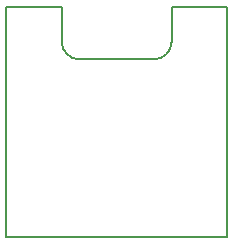
<source format=gm1>
G04*
G04 #@! TF.GenerationSoftware,Altium Limited,Altium Designer,19.1.5 (86)*
G04*
G04 Layer_Color=16711935*
%FSLAX25Y25*%
%MOIN*%
G70*
G01*
G75*
%ADD14C,0.00600*%
D14*
X142480Y68922D02*
G03*
X148322Y74764I-1J5843D01*
G01*
X111678Y74764D02*
G03*
X117520Y68922I5843J1D01*
G01*
X93261Y9600D02*
X166739Y9600D01*
Y86384D01*
X148322Y86384D02*
X166739D01*
X148322Y74764D02*
Y86384D01*
X117520Y68922D02*
X142480D01*
X111678Y74764D02*
Y86384D01*
X93261Y86384D02*
X111678D01*
X93261Y9600D02*
Y86384D01*
M02*

</source>
